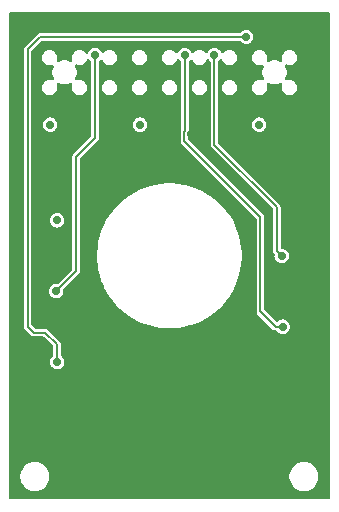
<source format=gbr>
%TF.GenerationSoftware,KiCad,Pcbnew,8.0.3*%
%TF.CreationDate,2024-07-14T16:13:23+03:00*%
%TF.ProjectId,TFT_Adapter,5446545f-4164-4617-9074-65722e6b6963,rev?*%
%TF.SameCoordinates,Original*%
%TF.FileFunction,Copper,L4,Bot*%
%TF.FilePolarity,Positive*%
%FSLAX46Y46*%
G04 Gerber Fmt 4.6, Leading zero omitted, Abs format (unit mm)*
G04 Created by KiCad (PCBNEW 8.0.3) date 2024-07-14 16:13:23*
%MOMM*%
%LPD*%
G01*
G04 APERTURE LIST*
%TA.AperFunction,ViaPad*%
%ADD10C,0.700000*%
%TD*%
%TA.AperFunction,Conductor*%
%ADD11C,0.127000*%
%TD*%
G04 APERTURE END LIST*
D10*
%TO.N,/WRX*%
X155500000Y-61459500D03*
X139500000Y-89000000D03*
%TO.N,GND*%
X142500000Y-71500000D03*
X138000000Y-78500000D03*
X138000000Y-81600000D03*
X138000000Y-84600000D03*
X138000000Y-87700000D03*
X160000000Y-87800000D03*
X160000000Y-84600000D03*
X160000000Y-75500000D03*
X160000000Y-78500000D03*
X160000000Y-81600000D03*
X161300000Y-61600000D03*
X161300000Y-71000000D03*
X158100000Y-71000000D03*
X150800000Y-69700000D03*
X154700000Y-71000000D03*
X147600000Y-72000000D03*
X146700000Y-72000000D03*
X145800000Y-72000000D03*
X138000000Y-75500000D03*
X138000000Y-72000000D03*
X140400000Y-69700000D03*
X143700000Y-70000000D03*
X137000000Y-61500000D03*
%TO.N,/D6*%
X142700000Y-63000000D03*
X139400000Y-83000000D03*
%TO.N,/D1*%
X152800000Y-63000000D03*
X158500000Y-80000000D03*
%TO.N,/D3*%
X150300000Y-63000000D03*
X158600000Y-86000000D03*
%TO.N,/VCC*%
X156600000Y-68900000D03*
X146500000Y-68900000D03*
X139500000Y-77000000D03*
X138900000Y-68900000D03*
%TD*%
D11*
%TO.N,/D6*%
X142700000Y-70000000D02*
X141100000Y-71600000D01*
X142700000Y-63000000D02*
X142700000Y-70000000D01*
X141100000Y-71600000D02*
X141100000Y-81300000D01*
X141100000Y-81300000D02*
X139400000Y-83000000D01*
%TO.N,/D3*%
X156700000Y-76700000D02*
X156700000Y-84700000D01*
X156700000Y-84700000D02*
X158000000Y-86000000D01*
X150259500Y-70259500D02*
X156700000Y-76700000D01*
X150259500Y-69476117D02*
X150259500Y-70259500D01*
X150300000Y-69435617D02*
X150259500Y-69476117D01*
X150300000Y-63000000D02*
X150300000Y-69435617D01*
X158000000Y-86000000D02*
X158600000Y-86000000D01*
%TO.N,/D1*%
X152800000Y-70600000D02*
X158100000Y-75900000D01*
X152800000Y-63000000D02*
X152800000Y-70600000D01*
X158100000Y-75900000D02*
X158100000Y-79600000D01*
X158100000Y-79600000D02*
X158500000Y-80000000D01*
%TO.N,/WRX*%
X139500000Y-87500000D02*
X139500000Y-89000000D01*
X137000000Y-86000000D02*
X137500000Y-86500000D01*
X137000000Y-62500000D02*
X137000000Y-86000000D01*
X155500000Y-61459500D02*
X138040500Y-61459500D01*
X137500000Y-86500000D02*
X138500000Y-86500000D01*
X138500000Y-86500000D02*
X139500000Y-87500000D01*
X138040500Y-61459500D02*
X137000000Y-62500000D01*
%TD*%
%TA.AperFunction,Conductor*%
%TO.N,GND*%
G36*
X162541621Y-59420502D02*
G01*
X162588114Y-59474158D01*
X162599500Y-59526500D01*
X162599500Y-100473500D01*
X162579498Y-100541621D01*
X162525842Y-100588114D01*
X162473500Y-100599500D01*
X135526500Y-100599500D01*
X135458379Y-100579498D01*
X135411886Y-100525842D01*
X135400500Y-100473500D01*
X135400500Y-98593394D01*
X136382500Y-98593394D01*
X136382500Y-98786606D01*
X136412725Y-98977440D01*
X136412726Y-98977445D01*
X136472429Y-99161192D01*
X136472431Y-99161197D01*
X136472432Y-99161198D01*
X136560149Y-99333351D01*
X136673715Y-99489664D01*
X136810335Y-99626284D01*
X136881156Y-99677737D01*
X136966650Y-99739852D01*
X137138803Y-99827569D01*
X137322560Y-99887275D01*
X137513394Y-99917500D01*
X137513397Y-99917500D01*
X137706603Y-99917500D01*
X137706606Y-99917500D01*
X137897440Y-99887275D01*
X138081197Y-99827569D01*
X138253350Y-99739852D01*
X138409663Y-99626285D01*
X138546285Y-99489663D01*
X138659852Y-99333350D01*
X138747569Y-99161197D01*
X138807275Y-98977440D01*
X138837500Y-98786606D01*
X138837500Y-98593394D01*
X159162500Y-98593394D01*
X159162500Y-98786606D01*
X159192725Y-98977440D01*
X159192726Y-98977445D01*
X159252429Y-99161192D01*
X159252431Y-99161197D01*
X159252432Y-99161198D01*
X159340149Y-99333351D01*
X159453715Y-99489664D01*
X159590335Y-99626284D01*
X159661156Y-99677737D01*
X159746650Y-99739852D01*
X159918803Y-99827569D01*
X160102560Y-99887275D01*
X160293394Y-99917500D01*
X160293397Y-99917500D01*
X160486603Y-99917500D01*
X160486606Y-99917500D01*
X160677440Y-99887275D01*
X160861197Y-99827569D01*
X161033350Y-99739852D01*
X161189663Y-99626285D01*
X161326285Y-99489663D01*
X161439852Y-99333350D01*
X161527569Y-99161197D01*
X161587275Y-98977440D01*
X161617500Y-98786606D01*
X161617500Y-98593394D01*
X161587275Y-98402560D01*
X161527569Y-98218803D01*
X161439852Y-98046650D01*
X161326285Y-97890337D01*
X161326284Y-97890335D01*
X161189664Y-97753715D01*
X161033351Y-97640149D01*
X161033352Y-97640149D01*
X161033350Y-97640148D01*
X160861197Y-97552431D01*
X160861194Y-97552430D01*
X160861192Y-97552429D01*
X160677445Y-97492726D01*
X160677441Y-97492725D01*
X160677440Y-97492725D01*
X160486606Y-97462500D01*
X160293394Y-97462500D01*
X160102560Y-97492725D01*
X160102554Y-97492726D01*
X159918807Y-97552429D01*
X159918801Y-97552432D01*
X159746648Y-97640149D01*
X159590335Y-97753715D01*
X159453715Y-97890335D01*
X159340149Y-98046648D01*
X159252432Y-98218801D01*
X159252429Y-98218807D01*
X159192726Y-98402554D01*
X159192725Y-98402559D01*
X159192725Y-98402560D01*
X159162500Y-98593394D01*
X138837500Y-98593394D01*
X138807275Y-98402560D01*
X138747569Y-98218803D01*
X138659852Y-98046650D01*
X138546285Y-97890337D01*
X138546284Y-97890335D01*
X138409664Y-97753715D01*
X138253351Y-97640149D01*
X138253352Y-97640149D01*
X138253350Y-97640148D01*
X138081197Y-97552431D01*
X138081194Y-97552430D01*
X138081192Y-97552429D01*
X137897445Y-97492726D01*
X137897441Y-97492725D01*
X137897440Y-97492725D01*
X137706606Y-97462500D01*
X137513394Y-97462500D01*
X137322560Y-97492725D01*
X137322554Y-97492726D01*
X137138807Y-97552429D01*
X137138801Y-97552432D01*
X136966648Y-97640149D01*
X136810335Y-97753715D01*
X136673715Y-97890335D01*
X136560149Y-98046648D01*
X136472432Y-98218801D01*
X136472429Y-98218807D01*
X136412726Y-98402554D01*
X136412725Y-98402559D01*
X136412725Y-98402560D01*
X136382500Y-98593394D01*
X135400500Y-98593394D01*
X135400500Y-62458135D01*
X136682000Y-62458135D01*
X136682000Y-85958135D01*
X136682000Y-86041865D01*
X136703671Y-86122744D01*
X136703672Y-86122746D01*
X136703673Y-86122748D01*
X136745535Y-86195256D01*
X137304743Y-86754464D01*
X137369877Y-86792068D01*
X137377256Y-86796329D01*
X137458135Y-86818000D01*
X138316090Y-86818000D01*
X138384211Y-86838002D01*
X138405185Y-86854905D01*
X139145095Y-87594815D01*
X139179121Y-87657127D01*
X139182000Y-87683910D01*
X139182000Y-88419917D01*
X139161998Y-88488038D01*
X139132706Y-88519878D01*
X139068864Y-88568866D01*
X138971968Y-88695142D01*
X138911060Y-88842193D01*
X138890284Y-89000000D01*
X138911060Y-89157806D01*
X138971968Y-89304857D01*
X139068865Y-89431134D01*
X139195142Y-89528031D01*
X139287872Y-89566439D01*
X139342194Y-89588940D01*
X139500000Y-89609716D01*
X139657806Y-89588940D01*
X139750536Y-89550530D01*
X139804857Y-89528031D01*
X139931134Y-89431134D01*
X140028031Y-89304857D01*
X140050530Y-89250536D01*
X140088940Y-89157806D01*
X140109716Y-89000000D01*
X140088940Y-88842194D01*
X140066439Y-88787872D01*
X140028031Y-88695142D01*
X139931135Y-88568866D01*
X139867294Y-88519878D01*
X139825428Y-88462540D01*
X139818000Y-88419917D01*
X139818000Y-87458136D01*
X139818000Y-87458135D01*
X139796329Y-87377257D01*
X139796329Y-87377256D01*
X139796329Y-87377255D01*
X139754464Y-87304744D01*
X139754462Y-87304741D01*
X138695256Y-86245535D01*
X138622748Y-86203673D01*
X138622746Y-86203672D01*
X138622744Y-86203671D01*
X138541865Y-86182000D01*
X138541863Y-86182000D01*
X137683910Y-86182000D01*
X137615789Y-86161998D01*
X137594815Y-86145095D01*
X137354905Y-85905185D01*
X137320879Y-85842873D01*
X137318000Y-85816090D01*
X137318000Y-77000000D01*
X138890284Y-77000000D01*
X138911060Y-77157806D01*
X138971968Y-77304857D01*
X139068865Y-77431134D01*
X139195142Y-77528031D01*
X139287872Y-77566439D01*
X139342194Y-77588940D01*
X139500000Y-77609716D01*
X139657806Y-77588940D01*
X139750536Y-77550530D01*
X139804857Y-77528031D01*
X139931134Y-77431134D01*
X140028031Y-77304857D01*
X140050530Y-77250536D01*
X140088940Y-77157806D01*
X140109716Y-77000000D01*
X140088940Y-76842194D01*
X140066439Y-76787872D01*
X140028031Y-76695142D01*
X139931134Y-76568865D01*
X139804857Y-76471968D01*
X139657806Y-76411060D01*
X139500000Y-76390284D01*
X139342193Y-76411060D01*
X139195142Y-76471968D01*
X139068865Y-76568865D01*
X138971968Y-76695142D01*
X138911060Y-76842193D01*
X138890284Y-77000000D01*
X137318000Y-77000000D01*
X137318000Y-68900000D01*
X138290284Y-68900000D01*
X138311060Y-69057806D01*
X138371968Y-69204857D01*
X138468865Y-69331134D01*
X138595142Y-69428031D01*
X138687872Y-69466439D01*
X138742194Y-69488940D01*
X138900000Y-69509716D01*
X139057806Y-69488940D01*
X139150536Y-69450530D01*
X139204857Y-69428031D01*
X139331134Y-69331134D01*
X139428031Y-69204857D01*
X139450530Y-69150536D01*
X139488940Y-69057806D01*
X139509716Y-68900000D01*
X139488940Y-68742194D01*
X139466439Y-68687872D01*
X139428031Y-68595142D01*
X139331134Y-68468865D01*
X139204857Y-68371968D01*
X139057806Y-68311060D01*
X138900000Y-68290284D01*
X138742193Y-68311060D01*
X138595142Y-68371968D01*
X138468865Y-68468865D01*
X138371968Y-68595142D01*
X138311060Y-68742193D01*
X138290284Y-68900000D01*
X137318000Y-68900000D01*
X137318000Y-63139204D01*
X138202500Y-63139204D01*
X138202500Y-63264795D01*
X138226996Y-63387947D01*
X138226997Y-63387950D01*
X138226998Y-63387952D01*
X138275054Y-63503970D01*
X138313615Y-63561680D01*
X138344820Y-63608382D01*
X138344825Y-63608388D01*
X138433611Y-63697174D01*
X138433617Y-63697179D01*
X138538030Y-63766946D01*
X138654048Y-63815002D01*
X138654050Y-63815002D01*
X138654052Y-63815003D01*
X138777204Y-63839499D01*
X138777210Y-63839499D01*
X138777212Y-63839500D01*
X138777213Y-63839500D01*
X138902787Y-63839500D01*
X138902788Y-63839500D01*
X138902789Y-63839499D01*
X138902795Y-63839499D01*
X139025947Y-63815003D01*
X139025947Y-63815002D01*
X139025952Y-63815002D01*
X139040339Y-63809042D01*
X139110925Y-63801451D01*
X139174414Y-63833228D01*
X139210644Y-63894284D01*
X139208113Y-63965236D01*
X139199684Y-63984840D01*
X139199443Y-63985289D01*
X139121988Y-64172283D01*
X139121986Y-64172288D01*
X139082500Y-64370797D01*
X139082500Y-64573202D01*
X139121986Y-64771711D01*
X139121988Y-64771716D01*
X139199441Y-64958704D01*
X139199680Y-64959151D01*
X139199734Y-64959411D01*
X139201810Y-64964423D01*
X139200859Y-64964816D01*
X139214153Y-65028657D01*
X139188750Y-65094954D01*
X139131538Y-65136992D01*
X139060680Y-65141426D01*
X139040341Y-65134958D01*
X139025950Y-65128997D01*
X139025947Y-65128996D01*
X138902795Y-65104500D01*
X138902788Y-65104500D01*
X138777212Y-65104500D01*
X138777204Y-65104500D01*
X138654052Y-65128996D01*
X138654049Y-65128997D01*
X138538030Y-65177054D01*
X138433617Y-65246820D01*
X138433611Y-65246825D01*
X138344825Y-65335611D01*
X138344820Y-65335617D01*
X138275054Y-65440030D01*
X138226997Y-65556049D01*
X138226996Y-65556052D01*
X138202500Y-65679204D01*
X138202500Y-65804795D01*
X138226996Y-65927947D01*
X138226997Y-65927950D01*
X138226998Y-65927952D01*
X138275054Y-66043970D01*
X138321670Y-66113736D01*
X138344820Y-66148382D01*
X138344825Y-66148388D01*
X138433611Y-66237174D01*
X138433617Y-66237179D01*
X138538030Y-66306946D01*
X138654048Y-66355002D01*
X138654050Y-66355002D01*
X138654052Y-66355003D01*
X138777204Y-66379499D01*
X138777210Y-66379499D01*
X138777212Y-66379500D01*
X138777213Y-66379500D01*
X138902787Y-66379500D01*
X138902788Y-66379500D01*
X138902789Y-66379499D01*
X138902795Y-66379499D01*
X139025947Y-66355003D01*
X139025947Y-66355002D01*
X139025952Y-66355002D01*
X139141970Y-66306946D01*
X139246383Y-66237179D01*
X139335179Y-66148383D01*
X139404946Y-66043970D01*
X139453002Y-65927952D01*
X139477500Y-65804788D01*
X139477500Y-65679212D01*
X139477499Y-65679210D01*
X139477499Y-65679204D01*
X139453003Y-65556052D01*
X139453002Y-65556049D01*
X139453002Y-65556048D01*
X139447041Y-65541656D01*
X139439451Y-65471071D01*
X139471229Y-65407584D01*
X139532286Y-65371355D01*
X139603238Y-65373887D01*
X139622854Y-65382322D01*
X139623287Y-65382553D01*
X139623296Y-65382559D01*
X139810289Y-65460014D01*
X140008800Y-65499500D01*
X140008801Y-65499500D01*
X140211199Y-65499500D01*
X140211200Y-65499500D01*
X140409711Y-65460014D01*
X140596704Y-65382559D01*
X140596712Y-65382553D01*
X140597137Y-65382327D01*
X140597392Y-65382273D01*
X140602423Y-65380190D01*
X140602817Y-65381143D01*
X140666641Y-65367845D01*
X140732941Y-65393239D01*
X140774987Y-65450446D01*
X140779430Y-65521303D01*
X140772959Y-65541656D01*
X140766997Y-65556049D01*
X140766996Y-65556052D01*
X140742500Y-65679204D01*
X140742500Y-65804795D01*
X140766996Y-65927947D01*
X140766997Y-65927950D01*
X140766998Y-65927952D01*
X140815054Y-66043970D01*
X140861670Y-66113736D01*
X140884820Y-66148382D01*
X140884825Y-66148388D01*
X140973611Y-66237174D01*
X140973617Y-66237179D01*
X141078030Y-66306946D01*
X141194048Y-66355002D01*
X141194050Y-66355002D01*
X141194052Y-66355003D01*
X141317204Y-66379499D01*
X141317210Y-66379499D01*
X141317212Y-66379500D01*
X141317213Y-66379500D01*
X141442787Y-66379500D01*
X141442788Y-66379500D01*
X141442789Y-66379499D01*
X141442795Y-66379499D01*
X141565947Y-66355003D01*
X141565947Y-66355002D01*
X141565952Y-66355002D01*
X141681970Y-66306946D01*
X141786383Y-66237179D01*
X141875179Y-66148383D01*
X141944946Y-66043970D01*
X141993002Y-65927952D01*
X142017500Y-65804788D01*
X142017500Y-65679212D01*
X142017499Y-65679210D01*
X142017499Y-65679204D01*
X141993003Y-65556052D01*
X141993002Y-65556049D01*
X141993002Y-65556048D01*
X141944946Y-65440030D01*
X141875179Y-65335617D01*
X141875174Y-65335611D01*
X141786388Y-65246825D01*
X141786382Y-65246820D01*
X141751736Y-65223670D01*
X141681970Y-65177054D01*
X141565952Y-65128998D01*
X141565950Y-65128997D01*
X141565947Y-65128996D01*
X141442795Y-65104500D01*
X141442788Y-65104500D01*
X141317212Y-65104500D01*
X141317204Y-65104500D01*
X141194052Y-65128996D01*
X141194049Y-65128997D01*
X141179656Y-65134959D01*
X141109066Y-65142547D01*
X141045580Y-65110766D01*
X141009353Y-65049707D01*
X141011889Y-64978756D01*
X141020327Y-64959137D01*
X141020553Y-64958712D01*
X141020559Y-64958704D01*
X141098014Y-64771711D01*
X141137500Y-64573200D01*
X141137500Y-64370800D01*
X141098014Y-64172289D01*
X141020559Y-63985296D01*
X141020553Y-63985287D01*
X141020322Y-63984854D01*
X141020267Y-63984592D01*
X141018190Y-63979577D01*
X141019140Y-63979183D01*
X141005845Y-63915349D01*
X141031244Y-63849051D01*
X141088454Y-63807009D01*
X141159312Y-63802571D01*
X141179653Y-63809039D01*
X141194048Y-63815002D01*
X141194051Y-63815002D01*
X141194052Y-63815003D01*
X141317204Y-63839499D01*
X141317210Y-63839499D01*
X141317212Y-63839500D01*
X141317213Y-63839500D01*
X141442787Y-63839500D01*
X141442788Y-63839500D01*
X141442789Y-63839499D01*
X141442795Y-63839499D01*
X141565947Y-63815003D01*
X141565947Y-63815002D01*
X141565952Y-63815002D01*
X141681970Y-63766946D01*
X141786383Y-63697179D01*
X141875179Y-63608383D01*
X141944946Y-63503970D01*
X141993002Y-63387952D01*
X141993002Y-63387950D01*
X141994579Y-63384144D01*
X142039127Y-63328863D01*
X142106490Y-63306442D01*
X142175282Y-63324000D01*
X142210950Y-63355658D01*
X142268864Y-63431133D01*
X142281794Y-63441054D01*
X142332704Y-63480119D01*
X142374571Y-63537454D01*
X142382000Y-63580080D01*
X142382000Y-69816089D01*
X142361998Y-69884210D01*
X142345095Y-69905184D01*
X140845537Y-71404741D01*
X140845535Y-71404744D01*
X140803670Y-71477255D01*
X140803671Y-71477256D01*
X140782000Y-71558134D01*
X140782000Y-81116089D01*
X140761998Y-81184210D01*
X140745095Y-81205184D01*
X139585319Y-82364959D01*
X139523007Y-82398985D01*
X139479779Y-82400786D01*
X139400002Y-82390284D01*
X139400000Y-82390284D01*
X139242193Y-82411060D01*
X139095142Y-82471968D01*
X138968865Y-82568865D01*
X138871968Y-82695142D01*
X138811060Y-82842193D01*
X138790284Y-83000000D01*
X138811060Y-83157806D01*
X138871968Y-83304857D01*
X138968865Y-83431134D01*
X139095142Y-83528031D01*
X139187872Y-83566439D01*
X139242194Y-83588940D01*
X139400000Y-83609716D01*
X139557806Y-83588940D01*
X139650536Y-83550530D01*
X139704857Y-83528031D01*
X139831134Y-83431134D01*
X139928031Y-83304857D01*
X139950530Y-83250536D01*
X139988940Y-83157806D01*
X140009716Y-83000000D01*
X139999212Y-82920219D01*
X140010151Y-82850073D01*
X140035034Y-82814684D01*
X141354463Y-81495257D01*
X141396329Y-81422744D01*
X141418000Y-81341865D01*
X141418000Y-81258135D01*
X141418000Y-79759250D01*
X142872500Y-79759250D01*
X142872500Y-80240750D01*
X142895109Y-80528031D01*
X142910279Y-80720775D01*
X142985599Y-81196328D01*
X142985599Y-81196329D01*
X143098007Y-81664544D01*
X143246794Y-82122464D01*
X143365439Y-82408897D01*
X143431059Y-82567317D01*
X143496189Y-82695142D01*
X143571115Y-82842193D01*
X143649656Y-82996337D01*
X143901239Y-83406883D01*
X144184258Y-83796425D01*
X144496967Y-84162561D01*
X144496976Y-84162570D01*
X144496988Y-84162583D01*
X144837416Y-84503011D01*
X144837428Y-84503022D01*
X144837439Y-84503033D01*
X144837451Y-84503043D01*
X144837454Y-84503046D01*
X145117074Y-84741863D01*
X145203575Y-84815742D01*
X145593117Y-85098761D01*
X146003663Y-85350344D01*
X146432683Y-85568941D01*
X146637785Y-85653897D01*
X146877535Y-85753205D01*
X147335455Y-85901992D01*
X147335457Y-85901992D01*
X147335465Y-85901995D01*
X147803662Y-86014399D01*
X148279234Y-86089722D01*
X148759250Y-86127500D01*
X148759252Y-86127500D01*
X149240748Y-86127500D01*
X149240750Y-86127500D01*
X149720766Y-86089722D01*
X150196338Y-86014399D01*
X150664535Y-85901995D01*
X150846494Y-85842873D01*
X151122464Y-85753205D01*
X151122469Y-85753203D01*
X151567317Y-85568941D01*
X151996337Y-85350344D01*
X152406883Y-85098761D01*
X152796425Y-84815742D01*
X153162561Y-84503033D01*
X153503033Y-84162561D01*
X153815742Y-83796425D01*
X154098761Y-83406883D01*
X154350344Y-82996337D01*
X154568941Y-82567317D01*
X154753203Y-82122469D01*
X154901995Y-81664535D01*
X155014399Y-81196338D01*
X155089722Y-80720766D01*
X155127500Y-80240750D01*
X155127500Y-79759250D01*
X155089722Y-79279234D01*
X155014399Y-78803662D01*
X154901995Y-78335465D01*
X154901992Y-78335455D01*
X154753205Y-77877535D01*
X154642270Y-77609715D01*
X154568941Y-77432683D01*
X154350344Y-77003663D01*
X154098761Y-76593117D01*
X153815742Y-76203575D01*
X153503033Y-75837439D01*
X153503022Y-75837428D01*
X153503011Y-75837416D01*
X153162583Y-75496988D01*
X153162570Y-75496976D01*
X153162561Y-75496967D01*
X152796425Y-75184258D01*
X152406883Y-74901239D01*
X151996337Y-74649656D01*
X151996336Y-74649655D01*
X151996332Y-74649653D01*
X151802257Y-74550767D01*
X151567317Y-74431059D01*
X151535698Y-74417961D01*
X151122464Y-74246794D01*
X150664544Y-74098007D01*
X150430436Y-74041803D01*
X150196338Y-73985601D01*
X150196336Y-73985600D01*
X150196329Y-73985599D01*
X149720775Y-73910279D01*
X149720769Y-73910278D01*
X149720766Y-73910278D01*
X149240750Y-73872500D01*
X148759250Y-73872500D01*
X148279234Y-73910278D01*
X148279231Y-73910278D01*
X148279224Y-73910279D01*
X147803671Y-73985599D01*
X147803670Y-73985599D01*
X147335455Y-74098007D01*
X146877535Y-74246794D01*
X146432687Y-74431057D01*
X146003667Y-74649653D01*
X145593121Y-74901236D01*
X145203575Y-75184257D01*
X144837454Y-75496953D01*
X144837416Y-75496988D01*
X144496988Y-75837416D01*
X144496953Y-75837454D01*
X144184257Y-76203575D01*
X143901236Y-76593121D01*
X143649653Y-77003667D01*
X143431057Y-77432687D01*
X143246794Y-77877535D01*
X143098007Y-78335455D01*
X142985599Y-78803670D01*
X142985599Y-78803671D01*
X142910279Y-79279224D01*
X142910278Y-79279231D01*
X142910278Y-79279234D01*
X142872500Y-79759250D01*
X141418000Y-79759250D01*
X141418000Y-71783910D01*
X141438002Y-71715789D01*
X141454905Y-71694815D01*
X142954464Y-70195256D01*
X142993421Y-70127780D01*
X142996329Y-70122744D01*
X143018000Y-70041865D01*
X143018000Y-69958135D01*
X143018000Y-68900000D01*
X145890284Y-68900000D01*
X145911060Y-69057806D01*
X145971968Y-69204857D01*
X146068865Y-69331134D01*
X146195142Y-69428031D01*
X146287872Y-69466439D01*
X146342194Y-69488940D01*
X146500000Y-69509716D01*
X146657806Y-69488940D01*
X146750536Y-69450530D01*
X146804857Y-69428031D01*
X146931134Y-69331134D01*
X147028031Y-69204857D01*
X147050530Y-69150536D01*
X147088940Y-69057806D01*
X147109716Y-68900000D01*
X147088940Y-68742194D01*
X147066439Y-68687872D01*
X147028031Y-68595142D01*
X146931134Y-68468865D01*
X146804857Y-68371968D01*
X146657806Y-68311060D01*
X146500000Y-68290284D01*
X146342193Y-68311060D01*
X146195142Y-68371968D01*
X146068865Y-68468865D01*
X145971968Y-68595142D01*
X145911060Y-68742193D01*
X145890284Y-68900000D01*
X143018000Y-68900000D01*
X143018000Y-65679204D01*
X143282500Y-65679204D01*
X143282500Y-65804795D01*
X143306996Y-65927947D01*
X143306997Y-65927950D01*
X143306998Y-65927952D01*
X143355054Y-66043970D01*
X143401670Y-66113736D01*
X143424820Y-66148382D01*
X143424825Y-66148388D01*
X143513611Y-66237174D01*
X143513617Y-66237179D01*
X143618030Y-66306946D01*
X143734048Y-66355002D01*
X143734050Y-66355002D01*
X143734052Y-66355003D01*
X143857204Y-66379499D01*
X143857210Y-66379499D01*
X143857212Y-66379500D01*
X143857213Y-66379500D01*
X143982787Y-66379500D01*
X143982788Y-66379500D01*
X143982789Y-66379499D01*
X143982795Y-66379499D01*
X144105947Y-66355003D01*
X144105947Y-66355002D01*
X144105952Y-66355002D01*
X144221970Y-66306946D01*
X144326383Y-66237179D01*
X144415179Y-66148383D01*
X144484946Y-66043970D01*
X144533002Y-65927952D01*
X144557500Y-65804788D01*
X144557500Y-65679212D01*
X144557499Y-65679210D01*
X144557499Y-65679204D01*
X145822500Y-65679204D01*
X145822500Y-65804795D01*
X145846996Y-65927947D01*
X145846997Y-65927950D01*
X145846998Y-65927952D01*
X145895054Y-66043970D01*
X145941670Y-66113736D01*
X145964820Y-66148382D01*
X145964825Y-66148388D01*
X146053611Y-66237174D01*
X146053617Y-66237179D01*
X146158030Y-66306946D01*
X146274048Y-66355002D01*
X146274050Y-66355002D01*
X146274052Y-66355003D01*
X146397204Y-66379499D01*
X146397210Y-66379499D01*
X146397212Y-66379500D01*
X146397213Y-66379500D01*
X146522787Y-66379500D01*
X146522788Y-66379500D01*
X146522789Y-66379499D01*
X146522795Y-66379499D01*
X146645947Y-66355003D01*
X146645947Y-66355002D01*
X146645952Y-66355002D01*
X146761970Y-66306946D01*
X146866383Y-66237179D01*
X146955179Y-66148383D01*
X147024946Y-66043970D01*
X147073002Y-65927952D01*
X147097500Y-65804788D01*
X147097500Y-65679212D01*
X147097499Y-65679210D01*
X147097499Y-65679204D01*
X148362500Y-65679204D01*
X148362500Y-65804795D01*
X148386996Y-65927947D01*
X148386997Y-65927950D01*
X148386998Y-65927952D01*
X148435054Y-66043970D01*
X148481670Y-66113736D01*
X148504820Y-66148382D01*
X148504825Y-66148388D01*
X148593611Y-66237174D01*
X148593617Y-66237179D01*
X148698030Y-66306946D01*
X148814048Y-66355002D01*
X148814050Y-66355002D01*
X148814052Y-66355003D01*
X148937204Y-66379499D01*
X148937210Y-66379499D01*
X148937212Y-66379500D01*
X148937213Y-66379500D01*
X149062787Y-66379500D01*
X149062788Y-66379500D01*
X149062789Y-66379499D01*
X149062795Y-66379499D01*
X149185947Y-66355003D01*
X149185947Y-66355002D01*
X149185952Y-66355002D01*
X149301970Y-66306946D01*
X149406383Y-66237179D01*
X149495179Y-66148383D01*
X149564946Y-66043970D01*
X149613002Y-65927952D01*
X149637500Y-65804788D01*
X149637500Y-65679212D01*
X149637499Y-65679210D01*
X149637499Y-65679204D01*
X149613003Y-65556052D01*
X149613002Y-65556049D01*
X149613002Y-65556048D01*
X149564946Y-65440030D01*
X149495179Y-65335617D01*
X149495174Y-65335611D01*
X149406388Y-65246825D01*
X149406382Y-65246820D01*
X149371736Y-65223670D01*
X149301970Y-65177054D01*
X149185952Y-65128998D01*
X149185950Y-65128997D01*
X149185947Y-65128996D01*
X149062795Y-65104500D01*
X149062788Y-65104500D01*
X148937212Y-65104500D01*
X148937204Y-65104500D01*
X148814052Y-65128996D01*
X148814049Y-65128997D01*
X148698030Y-65177054D01*
X148593617Y-65246820D01*
X148593611Y-65246825D01*
X148504825Y-65335611D01*
X148504820Y-65335617D01*
X148435054Y-65440030D01*
X148386997Y-65556049D01*
X148386996Y-65556052D01*
X148362500Y-65679204D01*
X147097499Y-65679204D01*
X147073003Y-65556052D01*
X147073002Y-65556049D01*
X147073002Y-65556048D01*
X147024946Y-65440030D01*
X146955179Y-65335617D01*
X146955174Y-65335611D01*
X146866388Y-65246825D01*
X146866382Y-65246820D01*
X146831736Y-65223670D01*
X146761970Y-65177054D01*
X146645952Y-65128998D01*
X146645950Y-65128997D01*
X146645947Y-65128996D01*
X146522795Y-65104500D01*
X146522788Y-65104500D01*
X146397212Y-65104500D01*
X146397204Y-65104500D01*
X146274052Y-65128996D01*
X146274049Y-65128997D01*
X146158030Y-65177054D01*
X146053617Y-65246820D01*
X146053611Y-65246825D01*
X145964825Y-65335611D01*
X145964820Y-65335617D01*
X145895054Y-65440030D01*
X145846997Y-65556049D01*
X145846996Y-65556052D01*
X145822500Y-65679204D01*
X144557499Y-65679204D01*
X144533003Y-65556052D01*
X144533002Y-65556049D01*
X144533002Y-65556048D01*
X144484946Y-65440030D01*
X144415179Y-65335617D01*
X144415174Y-65335611D01*
X144326388Y-65246825D01*
X144326382Y-65246820D01*
X144291736Y-65223670D01*
X144221970Y-65177054D01*
X144105952Y-65128998D01*
X144105950Y-65128997D01*
X144105947Y-65128996D01*
X143982795Y-65104500D01*
X143982788Y-65104500D01*
X143857212Y-65104500D01*
X143857204Y-65104500D01*
X143734052Y-65128996D01*
X143734049Y-65128997D01*
X143618030Y-65177054D01*
X143513617Y-65246820D01*
X143513611Y-65246825D01*
X143424825Y-65335611D01*
X143424820Y-65335617D01*
X143355054Y-65440030D01*
X143306997Y-65556049D01*
X143306996Y-65556052D01*
X143282500Y-65679204D01*
X143018000Y-65679204D01*
X143018000Y-63580080D01*
X143038002Y-63511959D01*
X143067293Y-63480120D01*
X143131134Y-63431134D01*
X143131140Y-63431125D01*
X143134790Y-63427477D01*
X143197100Y-63393449D01*
X143267916Y-63398510D01*
X143324754Y-63441054D01*
X143340298Y-63468348D01*
X143355052Y-63503967D01*
X143355053Y-63503969D01*
X143424820Y-63608382D01*
X143424825Y-63608388D01*
X143513611Y-63697174D01*
X143513617Y-63697179D01*
X143618030Y-63766946D01*
X143734048Y-63815002D01*
X143734050Y-63815002D01*
X143734052Y-63815003D01*
X143857204Y-63839499D01*
X143857210Y-63839499D01*
X143857212Y-63839500D01*
X143857213Y-63839500D01*
X143982787Y-63839500D01*
X143982788Y-63839500D01*
X143982789Y-63839499D01*
X143982795Y-63839499D01*
X144105947Y-63815003D01*
X144105947Y-63815002D01*
X144105952Y-63815002D01*
X144221970Y-63766946D01*
X144326383Y-63697179D01*
X144415179Y-63608383D01*
X144484946Y-63503970D01*
X144533002Y-63387952D01*
X144539114Y-63357223D01*
X144557499Y-63264795D01*
X144557500Y-63264786D01*
X144557500Y-63139213D01*
X144557499Y-63139204D01*
X145822500Y-63139204D01*
X145822500Y-63264795D01*
X145846996Y-63387947D01*
X145846997Y-63387950D01*
X145846998Y-63387952D01*
X145895054Y-63503970D01*
X145933615Y-63561680D01*
X145964820Y-63608382D01*
X145964825Y-63608388D01*
X146053611Y-63697174D01*
X146053617Y-63697179D01*
X146158030Y-63766946D01*
X146274048Y-63815002D01*
X146274050Y-63815002D01*
X146274052Y-63815003D01*
X146397204Y-63839499D01*
X146397210Y-63839499D01*
X146397212Y-63839500D01*
X146397213Y-63839500D01*
X146522787Y-63839500D01*
X146522788Y-63839500D01*
X146522789Y-63839499D01*
X146522795Y-63839499D01*
X146645947Y-63815003D01*
X146645947Y-63815002D01*
X146645952Y-63815002D01*
X146761970Y-63766946D01*
X146866383Y-63697179D01*
X146955179Y-63608383D01*
X147024946Y-63503970D01*
X147073002Y-63387952D01*
X147079114Y-63357223D01*
X147097499Y-63264795D01*
X147097500Y-63264786D01*
X147097500Y-63139213D01*
X147097499Y-63139204D01*
X148362500Y-63139204D01*
X148362500Y-63264795D01*
X148386996Y-63387947D01*
X148386997Y-63387950D01*
X148386998Y-63387952D01*
X148435054Y-63503970D01*
X148473615Y-63561680D01*
X148504820Y-63608382D01*
X148504825Y-63608388D01*
X148593611Y-63697174D01*
X148593617Y-63697179D01*
X148698030Y-63766946D01*
X148814048Y-63815002D01*
X148814050Y-63815002D01*
X148814052Y-63815003D01*
X148937204Y-63839499D01*
X148937210Y-63839499D01*
X148937212Y-63839500D01*
X148937213Y-63839500D01*
X149062787Y-63839500D01*
X149062788Y-63839500D01*
X149062789Y-63839499D01*
X149062795Y-63839499D01*
X149185947Y-63815003D01*
X149185947Y-63815002D01*
X149185952Y-63815002D01*
X149301970Y-63766946D01*
X149406383Y-63697179D01*
X149495179Y-63608383D01*
X149564946Y-63503970D01*
X149607568Y-63401070D01*
X149652114Y-63345791D01*
X149719478Y-63323369D01*
X149788269Y-63340927D01*
X149823938Y-63372584D01*
X149835727Y-63387947D01*
X149868866Y-63431134D01*
X149932704Y-63480119D01*
X149974571Y-63537454D01*
X149982000Y-63580080D01*
X149982000Y-69286999D01*
X149965120Y-69349996D01*
X149963171Y-69353373D01*
X149963171Y-69353374D01*
X149941500Y-69434252D01*
X149941500Y-70217635D01*
X149941500Y-70301365D01*
X149963171Y-70382244D01*
X149963172Y-70382246D01*
X149963173Y-70382248D01*
X150005035Y-70454756D01*
X150005037Y-70454758D01*
X156345095Y-76794815D01*
X156379121Y-76857127D01*
X156382000Y-76883910D01*
X156382000Y-84658135D01*
X156382000Y-84741865D01*
X156403671Y-84822744D01*
X156403672Y-84822746D01*
X156403673Y-84822748D01*
X156445535Y-84895256D01*
X157804743Y-86254464D01*
X157869877Y-86292068D01*
X157877256Y-86296329D01*
X157958135Y-86318000D01*
X158019918Y-86318000D01*
X158088039Y-86338002D01*
X158119880Y-86367295D01*
X158168867Y-86431135D01*
X158295142Y-86528031D01*
X158387872Y-86566439D01*
X158442194Y-86588940D01*
X158600000Y-86609716D01*
X158757806Y-86588940D01*
X158850536Y-86550530D01*
X158904857Y-86528031D01*
X159031134Y-86431134D01*
X159128031Y-86304857D01*
X159152602Y-86245535D01*
X159188940Y-86157806D01*
X159209716Y-86000000D01*
X159188940Y-85842194D01*
X159152080Y-85753205D01*
X159128031Y-85695142D01*
X159031134Y-85568865D01*
X158904857Y-85471968D01*
X158757806Y-85411060D01*
X158600000Y-85390284D01*
X158442193Y-85411060D01*
X158295145Y-85471967D01*
X158171497Y-85566846D01*
X158105276Y-85592446D01*
X158035727Y-85578181D01*
X158005698Y-85555978D01*
X157054905Y-84605185D01*
X157020879Y-84542873D01*
X157018000Y-84516090D01*
X157018000Y-76658136D01*
X157018000Y-76658135D01*
X156996329Y-76577257D01*
X156954463Y-76504743D01*
X156895257Y-76445537D01*
X150614405Y-70164685D01*
X150580379Y-70102373D01*
X150577500Y-70075590D01*
X150577500Y-69624735D01*
X150593233Y-69566021D01*
X150593167Y-69565994D01*
X150593376Y-69565488D01*
X150594383Y-69561732D01*
X150596326Y-69558366D01*
X150596325Y-69558366D01*
X150596329Y-69558361D01*
X150618000Y-69477482D01*
X150618000Y-69393752D01*
X150618000Y-65679204D01*
X150902500Y-65679204D01*
X150902500Y-65804795D01*
X150926996Y-65927947D01*
X150926997Y-65927950D01*
X150926998Y-65927952D01*
X150975054Y-66043970D01*
X151021670Y-66113736D01*
X151044820Y-66148382D01*
X151044825Y-66148388D01*
X151133611Y-66237174D01*
X151133617Y-66237179D01*
X151238030Y-66306946D01*
X151354048Y-66355002D01*
X151354050Y-66355002D01*
X151354052Y-66355003D01*
X151477204Y-66379499D01*
X151477210Y-66379499D01*
X151477212Y-66379500D01*
X151477213Y-66379500D01*
X151602787Y-66379500D01*
X151602788Y-66379500D01*
X151602789Y-66379499D01*
X151602795Y-66379499D01*
X151725947Y-66355003D01*
X151725947Y-66355002D01*
X151725952Y-66355002D01*
X151841970Y-66306946D01*
X151946383Y-66237179D01*
X152035179Y-66148383D01*
X152104946Y-66043970D01*
X152153002Y-65927952D01*
X152177500Y-65804788D01*
X152177500Y-65679212D01*
X152177499Y-65679210D01*
X152177499Y-65679204D01*
X152153003Y-65556052D01*
X152153002Y-65556049D01*
X152153002Y-65556048D01*
X152104946Y-65440030D01*
X152035179Y-65335617D01*
X152035174Y-65335611D01*
X151946388Y-65246825D01*
X151946382Y-65246820D01*
X151911736Y-65223670D01*
X151841970Y-65177054D01*
X151725952Y-65128998D01*
X151725950Y-65128997D01*
X151725947Y-65128996D01*
X151602795Y-65104500D01*
X151602788Y-65104500D01*
X151477212Y-65104500D01*
X151477204Y-65104500D01*
X151354052Y-65128996D01*
X151354049Y-65128997D01*
X151238030Y-65177054D01*
X151133617Y-65246820D01*
X151133611Y-65246825D01*
X151044825Y-65335611D01*
X151044820Y-65335617D01*
X150975054Y-65440030D01*
X150926997Y-65556049D01*
X150926996Y-65556052D01*
X150902500Y-65679204D01*
X150618000Y-65679204D01*
X150618000Y-63580080D01*
X150638002Y-63511959D01*
X150667293Y-63480120D01*
X150731134Y-63431134D01*
X150737094Y-63423367D01*
X150794432Y-63381499D01*
X150865303Y-63377277D01*
X150927206Y-63412041D01*
X150953466Y-63451852D01*
X150975054Y-63503970D01*
X151013615Y-63561680D01*
X151044820Y-63608382D01*
X151044825Y-63608388D01*
X151133611Y-63697174D01*
X151133617Y-63697179D01*
X151238030Y-63766946D01*
X151354048Y-63815002D01*
X151354050Y-63815002D01*
X151354052Y-63815003D01*
X151477204Y-63839499D01*
X151477210Y-63839499D01*
X151477212Y-63839500D01*
X151477213Y-63839500D01*
X151602787Y-63839500D01*
X151602788Y-63839500D01*
X151602789Y-63839499D01*
X151602795Y-63839499D01*
X151725947Y-63815003D01*
X151725947Y-63815002D01*
X151725952Y-63815002D01*
X151841970Y-63766946D01*
X151946383Y-63697179D01*
X152035179Y-63608383D01*
X152104946Y-63503970D01*
X152133545Y-63434924D01*
X152178093Y-63379644D01*
X152245456Y-63357223D01*
X152314248Y-63374781D01*
X152349915Y-63406437D01*
X152368866Y-63431134D01*
X152432704Y-63480119D01*
X152474571Y-63537454D01*
X152482000Y-63580080D01*
X152482000Y-70558135D01*
X152482000Y-70641865D01*
X152503671Y-70722744D01*
X152503672Y-70722746D01*
X152503673Y-70722748D01*
X152545535Y-70795256D01*
X152545537Y-70795258D01*
X157745095Y-75994815D01*
X157779121Y-76057127D01*
X157782000Y-76083910D01*
X157782000Y-79558135D01*
X157782000Y-79641865D01*
X157803671Y-79722744D01*
X157803672Y-79722746D01*
X157803673Y-79722748D01*
X157845535Y-79795256D01*
X157864959Y-79814680D01*
X157898985Y-79876992D01*
X157900786Y-79920220D01*
X157890284Y-79999998D01*
X157890284Y-79999999D01*
X157911060Y-80157806D01*
X157971968Y-80304857D01*
X158068865Y-80431134D01*
X158195142Y-80528031D01*
X158287872Y-80566439D01*
X158342194Y-80588940D01*
X158500000Y-80609716D01*
X158657806Y-80588940D01*
X158750536Y-80550530D01*
X158804857Y-80528031D01*
X158931134Y-80431134D01*
X159028031Y-80304857D01*
X159054585Y-80240747D01*
X159088940Y-80157806D01*
X159109716Y-80000000D01*
X159088940Y-79842194D01*
X159039465Y-79722748D01*
X159028031Y-79695142D01*
X158931134Y-79568865D01*
X158804857Y-79471968D01*
X158657806Y-79411060D01*
X158527553Y-79393911D01*
X158462626Y-79365188D01*
X158423535Y-79305923D01*
X158418000Y-79268989D01*
X158418000Y-75858136D01*
X158418000Y-75858135D01*
X158396329Y-75777257D01*
X158396329Y-75777256D01*
X158396329Y-75777255D01*
X158354464Y-75704744D01*
X158354462Y-75704741D01*
X153154905Y-70505184D01*
X153120879Y-70442872D01*
X153118000Y-70416089D01*
X153118000Y-68900000D01*
X155990284Y-68900000D01*
X156011060Y-69057806D01*
X156071968Y-69204857D01*
X156168865Y-69331134D01*
X156295142Y-69428031D01*
X156387872Y-69466439D01*
X156442194Y-69488940D01*
X156600000Y-69509716D01*
X156757806Y-69488940D01*
X156850536Y-69450530D01*
X156904857Y-69428031D01*
X157031134Y-69331134D01*
X157128031Y-69204857D01*
X157150530Y-69150536D01*
X157188940Y-69057806D01*
X157209716Y-68900000D01*
X157188940Y-68742194D01*
X157166439Y-68687872D01*
X157128031Y-68595142D01*
X157031134Y-68468865D01*
X156904857Y-68371968D01*
X156757806Y-68311060D01*
X156600000Y-68290284D01*
X156442193Y-68311060D01*
X156295142Y-68371968D01*
X156168865Y-68468865D01*
X156071968Y-68595142D01*
X156011060Y-68742193D01*
X155990284Y-68900000D01*
X153118000Y-68900000D01*
X153118000Y-65679204D01*
X153442500Y-65679204D01*
X153442500Y-65804795D01*
X153466996Y-65927947D01*
X153466997Y-65927950D01*
X153466998Y-65927952D01*
X153515054Y-66043970D01*
X153561670Y-66113736D01*
X153584820Y-66148382D01*
X153584825Y-66148388D01*
X153673611Y-66237174D01*
X153673617Y-66237179D01*
X153778030Y-66306946D01*
X153894048Y-66355002D01*
X153894050Y-66355002D01*
X153894052Y-66355003D01*
X154017204Y-66379499D01*
X154017210Y-66379499D01*
X154017212Y-66379500D01*
X154017213Y-66379500D01*
X154142787Y-66379500D01*
X154142788Y-66379500D01*
X154142789Y-66379499D01*
X154142795Y-66379499D01*
X154265947Y-66355003D01*
X154265947Y-66355002D01*
X154265952Y-66355002D01*
X154381970Y-66306946D01*
X154486383Y-66237179D01*
X154575179Y-66148383D01*
X154644946Y-66043970D01*
X154693002Y-65927952D01*
X154717500Y-65804788D01*
X154717500Y-65679212D01*
X154717499Y-65679210D01*
X154717499Y-65679204D01*
X154693003Y-65556052D01*
X154693002Y-65556049D01*
X154693002Y-65556048D01*
X154644946Y-65440030D01*
X154575179Y-65335617D01*
X154575174Y-65335611D01*
X154486388Y-65246825D01*
X154486382Y-65246820D01*
X154451736Y-65223670D01*
X154381970Y-65177054D01*
X154265952Y-65128998D01*
X154265950Y-65128997D01*
X154265947Y-65128996D01*
X154142795Y-65104500D01*
X154142788Y-65104500D01*
X154017212Y-65104500D01*
X154017204Y-65104500D01*
X153894052Y-65128996D01*
X153894049Y-65128997D01*
X153778030Y-65177054D01*
X153673617Y-65246820D01*
X153673611Y-65246825D01*
X153584825Y-65335611D01*
X153584820Y-65335617D01*
X153515054Y-65440030D01*
X153466997Y-65556049D01*
X153466996Y-65556052D01*
X153442500Y-65679204D01*
X153118000Y-65679204D01*
X153118000Y-63580080D01*
X153138002Y-63511959D01*
X153167293Y-63480120D01*
X153231134Y-63431134D01*
X153263073Y-63389510D01*
X153320409Y-63347645D01*
X153391280Y-63343423D01*
X153453183Y-63378187D01*
X153479443Y-63417998D01*
X153484884Y-63431133D01*
X153515054Y-63503970D01*
X153553615Y-63561680D01*
X153584820Y-63608382D01*
X153584825Y-63608388D01*
X153673611Y-63697174D01*
X153673617Y-63697179D01*
X153778030Y-63766946D01*
X153894048Y-63815002D01*
X153894050Y-63815002D01*
X153894052Y-63815003D01*
X154017204Y-63839499D01*
X154017210Y-63839499D01*
X154017212Y-63839500D01*
X154017213Y-63839500D01*
X154142787Y-63839500D01*
X154142788Y-63839500D01*
X154142789Y-63839499D01*
X154142795Y-63839499D01*
X154265947Y-63815003D01*
X154265947Y-63815002D01*
X154265952Y-63815002D01*
X154381970Y-63766946D01*
X154486383Y-63697179D01*
X154575179Y-63608383D01*
X154644946Y-63503970D01*
X154693002Y-63387952D01*
X154699114Y-63357223D01*
X154717499Y-63264795D01*
X154717500Y-63264786D01*
X154717500Y-63139213D01*
X154717499Y-63139204D01*
X155982500Y-63139204D01*
X155982500Y-63264795D01*
X156006996Y-63387947D01*
X156006997Y-63387950D01*
X156006998Y-63387952D01*
X156055054Y-63503970D01*
X156093615Y-63561680D01*
X156124820Y-63608382D01*
X156124825Y-63608388D01*
X156213611Y-63697174D01*
X156213617Y-63697179D01*
X156318030Y-63766946D01*
X156434048Y-63815002D01*
X156434050Y-63815002D01*
X156434052Y-63815003D01*
X156557204Y-63839499D01*
X156557210Y-63839499D01*
X156557212Y-63839500D01*
X156557213Y-63839500D01*
X156682787Y-63839500D01*
X156682788Y-63839500D01*
X156682789Y-63839499D01*
X156682795Y-63839499D01*
X156805947Y-63815003D01*
X156805947Y-63815002D01*
X156805952Y-63815002D01*
X156820339Y-63809042D01*
X156890925Y-63801451D01*
X156954414Y-63833228D01*
X156990644Y-63894284D01*
X156988113Y-63965236D01*
X156979684Y-63984840D01*
X156979443Y-63985289D01*
X156901988Y-64172283D01*
X156901986Y-64172288D01*
X156862500Y-64370797D01*
X156862500Y-64573202D01*
X156901986Y-64771711D01*
X156901988Y-64771716D01*
X156979441Y-64958704D01*
X156979680Y-64959151D01*
X156979734Y-64959411D01*
X156981810Y-64964423D01*
X156980859Y-64964816D01*
X156994153Y-65028657D01*
X156968750Y-65094954D01*
X156911538Y-65136992D01*
X156840680Y-65141426D01*
X156820341Y-65134958D01*
X156805950Y-65128997D01*
X156805947Y-65128996D01*
X156682795Y-65104500D01*
X156682788Y-65104500D01*
X156557212Y-65104500D01*
X156557204Y-65104500D01*
X156434052Y-65128996D01*
X156434049Y-65128997D01*
X156318030Y-65177054D01*
X156213617Y-65246820D01*
X156213611Y-65246825D01*
X156124825Y-65335611D01*
X156124820Y-65335617D01*
X156055054Y-65440030D01*
X156006997Y-65556049D01*
X156006996Y-65556052D01*
X155982500Y-65679204D01*
X155982500Y-65804795D01*
X156006996Y-65927947D01*
X156006997Y-65927950D01*
X156006998Y-65927952D01*
X156055054Y-66043970D01*
X156101670Y-66113736D01*
X156124820Y-66148382D01*
X156124825Y-66148388D01*
X156213611Y-66237174D01*
X156213617Y-66237179D01*
X156318030Y-66306946D01*
X156434048Y-66355002D01*
X156434050Y-66355002D01*
X156434052Y-66355003D01*
X156557204Y-66379499D01*
X156557210Y-66379499D01*
X156557212Y-66379500D01*
X156557213Y-66379500D01*
X156682787Y-66379500D01*
X156682788Y-66379500D01*
X156682789Y-66379499D01*
X156682795Y-66379499D01*
X156805947Y-66355003D01*
X156805947Y-66355002D01*
X156805952Y-66355002D01*
X156921970Y-66306946D01*
X157026383Y-66237179D01*
X157115179Y-66148383D01*
X157184946Y-66043970D01*
X157233002Y-65927952D01*
X157257500Y-65804788D01*
X157257500Y-65679212D01*
X157257499Y-65679210D01*
X157257499Y-65679204D01*
X157233003Y-65556052D01*
X157233002Y-65556049D01*
X157233002Y-65556048D01*
X157227041Y-65541656D01*
X157219451Y-65471071D01*
X157251229Y-65407584D01*
X157312286Y-65371355D01*
X157383238Y-65373887D01*
X157402854Y-65382322D01*
X157403287Y-65382553D01*
X157403296Y-65382559D01*
X157590289Y-65460014D01*
X157788800Y-65499500D01*
X157788801Y-65499500D01*
X157991199Y-65499500D01*
X157991200Y-65499500D01*
X158189711Y-65460014D01*
X158376704Y-65382559D01*
X158376712Y-65382553D01*
X158377137Y-65382327D01*
X158377392Y-65382273D01*
X158382423Y-65380190D01*
X158382817Y-65381143D01*
X158446641Y-65367845D01*
X158512941Y-65393239D01*
X158554987Y-65450446D01*
X158559430Y-65521303D01*
X158552959Y-65541656D01*
X158546997Y-65556049D01*
X158546996Y-65556052D01*
X158522500Y-65679204D01*
X158522500Y-65804795D01*
X158546996Y-65927947D01*
X158546997Y-65927950D01*
X158546998Y-65927952D01*
X158595054Y-66043970D01*
X158641670Y-66113736D01*
X158664820Y-66148382D01*
X158664825Y-66148388D01*
X158753611Y-66237174D01*
X158753617Y-66237179D01*
X158858030Y-66306946D01*
X158974048Y-66355002D01*
X158974050Y-66355002D01*
X158974052Y-66355003D01*
X159097204Y-66379499D01*
X159097210Y-66379499D01*
X159097212Y-66379500D01*
X159097213Y-66379500D01*
X159222787Y-66379500D01*
X159222788Y-66379500D01*
X159222789Y-66379499D01*
X159222795Y-66379499D01*
X159345947Y-66355003D01*
X159345947Y-66355002D01*
X159345952Y-66355002D01*
X159461970Y-66306946D01*
X159566383Y-66237179D01*
X159655179Y-66148383D01*
X159724946Y-66043970D01*
X159773002Y-65927952D01*
X159797500Y-65804788D01*
X159797500Y-65679212D01*
X159797499Y-65679210D01*
X159797499Y-65679204D01*
X159773003Y-65556052D01*
X159773002Y-65556049D01*
X159773002Y-65556048D01*
X159724946Y-65440030D01*
X159655179Y-65335617D01*
X159655174Y-65335611D01*
X159566388Y-65246825D01*
X159566382Y-65246820D01*
X159531736Y-65223670D01*
X159461970Y-65177054D01*
X159345952Y-65128998D01*
X159345950Y-65128997D01*
X159345947Y-65128996D01*
X159222795Y-65104500D01*
X159222788Y-65104500D01*
X159097212Y-65104500D01*
X159097204Y-65104500D01*
X158974052Y-65128996D01*
X158974049Y-65128997D01*
X158959656Y-65134959D01*
X158889066Y-65142547D01*
X158825580Y-65110766D01*
X158789353Y-65049707D01*
X158791889Y-64978756D01*
X158800327Y-64959137D01*
X158800553Y-64958712D01*
X158800559Y-64958704D01*
X158878014Y-64771711D01*
X158917500Y-64573200D01*
X158917500Y-64370800D01*
X158878014Y-64172289D01*
X158800559Y-63985296D01*
X158800553Y-63985287D01*
X158800322Y-63984854D01*
X158800267Y-63984592D01*
X158798190Y-63979577D01*
X158799140Y-63979183D01*
X158785845Y-63915349D01*
X158811244Y-63849051D01*
X158868454Y-63807009D01*
X158939312Y-63802571D01*
X158959653Y-63809039D01*
X158974048Y-63815002D01*
X158974051Y-63815002D01*
X158974052Y-63815003D01*
X159097204Y-63839499D01*
X159097210Y-63839499D01*
X159097212Y-63839500D01*
X159097213Y-63839500D01*
X159222787Y-63839500D01*
X159222788Y-63839500D01*
X159222789Y-63839499D01*
X159222795Y-63839499D01*
X159345947Y-63815003D01*
X159345947Y-63815002D01*
X159345952Y-63815002D01*
X159461970Y-63766946D01*
X159566383Y-63697179D01*
X159655179Y-63608383D01*
X159724946Y-63503970D01*
X159773002Y-63387952D01*
X159779114Y-63357223D01*
X159797499Y-63264795D01*
X159797500Y-63264786D01*
X159797500Y-63139213D01*
X159797499Y-63139204D01*
X159773003Y-63016052D01*
X159773002Y-63016049D01*
X159773002Y-63016048D01*
X159724946Y-62900030D01*
X159655179Y-62795617D01*
X159655177Y-62795615D01*
X159655174Y-62795611D01*
X159566388Y-62706825D01*
X159566382Y-62706820D01*
X159531736Y-62683670D01*
X159461970Y-62637054D01*
X159345952Y-62588998D01*
X159345950Y-62588997D01*
X159345947Y-62588996D01*
X159222795Y-62564500D01*
X159222788Y-62564500D01*
X159097212Y-62564500D01*
X159097204Y-62564500D01*
X158974052Y-62588996D01*
X158974049Y-62588997D01*
X158858030Y-62637054D01*
X158753617Y-62706820D01*
X158753611Y-62706825D01*
X158664825Y-62795611D01*
X158664820Y-62795617D01*
X158595054Y-62900030D01*
X158546997Y-63016049D01*
X158546996Y-63016052D01*
X158522500Y-63139204D01*
X158522500Y-63264795D01*
X158546996Y-63387947D01*
X158546997Y-63387950D01*
X158552958Y-63402341D01*
X158560547Y-63472931D01*
X158528768Y-63536418D01*
X158467710Y-63572645D01*
X158396758Y-63570111D01*
X158377151Y-63561680D01*
X158376704Y-63561441D01*
X158189716Y-63483988D01*
X158189711Y-63483986D01*
X157991202Y-63444500D01*
X157991200Y-63444500D01*
X157788800Y-63444500D01*
X157788797Y-63444500D01*
X157590288Y-63483986D01*
X157590283Y-63483988D01*
X157403289Y-63561443D01*
X157402840Y-63561684D01*
X157402577Y-63561738D01*
X157397577Y-63563810D01*
X157397184Y-63562861D01*
X157333333Y-63576152D01*
X157267038Y-63550745D01*
X157225004Y-63493529D01*
X157220575Y-63422671D01*
X157227039Y-63402346D01*
X157233002Y-63387952D01*
X157239114Y-63357223D01*
X157257499Y-63264795D01*
X157257500Y-63264786D01*
X157257500Y-63139213D01*
X157257499Y-63139204D01*
X157233003Y-63016052D01*
X157233002Y-63016049D01*
X157233002Y-63016048D01*
X157184946Y-62900030D01*
X157115179Y-62795617D01*
X157115177Y-62795615D01*
X157115174Y-62795611D01*
X157026388Y-62706825D01*
X157026382Y-62706820D01*
X156991736Y-62683670D01*
X156921970Y-62637054D01*
X156805952Y-62588998D01*
X156805950Y-62588997D01*
X156805947Y-62588996D01*
X156682795Y-62564500D01*
X156682788Y-62564500D01*
X156557212Y-62564500D01*
X156557204Y-62564500D01*
X156434052Y-62588996D01*
X156434049Y-62588997D01*
X156318030Y-62637054D01*
X156213617Y-62706820D01*
X156213611Y-62706825D01*
X156124825Y-62795611D01*
X156124820Y-62795617D01*
X156055054Y-62900030D01*
X156006997Y-63016049D01*
X156006996Y-63016052D01*
X155982500Y-63139204D01*
X154717499Y-63139204D01*
X154693003Y-63016052D01*
X154693002Y-63016049D01*
X154693002Y-63016048D01*
X154644946Y-62900030D01*
X154575179Y-62795617D01*
X154575177Y-62795615D01*
X154575174Y-62795611D01*
X154486388Y-62706825D01*
X154486382Y-62706820D01*
X154451736Y-62683670D01*
X154381970Y-62637054D01*
X154265952Y-62588998D01*
X154265950Y-62588997D01*
X154265947Y-62588996D01*
X154142795Y-62564500D01*
X154142788Y-62564500D01*
X154017212Y-62564500D01*
X154017204Y-62564500D01*
X153894052Y-62588996D01*
X153894049Y-62588997D01*
X153778030Y-62637054D01*
X153673617Y-62706820D01*
X153673611Y-62706825D01*
X153584825Y-62795611D01*
X153584819Y-62795619D01*
X153582953Y-62798412D01*
X153581597Y-62799544D01*
X153580894Y-62800402D01*
X153580731Y-62800268D01*
X153528475Y-62843938D01*
X153458032Y-62852784D01*
X153393988Y-62822141D01*
X153361781Y-62776624D01*
X153328031Y-62695143D01*
X153231134Y-62568865D01*
X153104857Y-62471968D01*
X152957806Y-62411060D01*
X152800000Y-62390284D01*
X152642193Y-62411060D01*
X152495142Y-62471968D01*
X152368865Y-62568865D01*
X152271969Y-62695141D01*
X152245333Y-62759449D01*
X152200785Y-62814730D01*
X152133422Y-62837151D01*
X152064630Y-62819593D01*
X152040600Y-62798948D01*
X152039556Y-62799993D01*
X151946388Y-62706825D01*
X151946382Y-62706820D01*
X151911736Y-62683670D01*
X151841970Y-62637054D01*
X151725952Y-62588998D01*
X151725950Y-62588997D01*
X151725947Y-62588996D01*
X151602795Y-62564500D01*
X151602788Y-62564500D01*
X151477212Y-62564500D01*
X151477204Y-62564500D01*
X151354052Y-62588996D01*
X151354049Y-62588997D01*
X151238030Y-62637054D01*
X151133617Y-62706820D01*
X151054295Y-62786142D01*
X150991982Y-62820167D01*
X150921167Y-62815101D01*
X150864331Y-62772554D01*
X150848791Y-62745263D01*
X150828031Y-62695142D01*
X150731134Y-62568865D01*
X150604857Y-62471968D01*
X150457806Y-62411060D01*
X150300000Y-62390284D01*
X150142193Y-62411060D01*
X149995142Y-62471968D01*
X149868865Y-62568865D01*
X149771969Y-62695141D01*
X149730565Y-62795103D01*
X149686017Y-62850384D01*
X149618654Y-62872805D01*
X149549863Y-62855247D01*
X149509391Y-62816887D01*
X149495179Y-62795617D01*
X149495177Y-62795615D01*
X149495174Y-62795611D01*
X149406388Y-62706825D01*
X149406382Y-62706820D01*
X149371736Y-62683670D01*
X149301970Y-62637054D01*
X149185952Y-62588998D01*
X149185950Y-62588997D01*
X149185947Y-62588996D01*
X149062795Y-62564500D01*
X149062788Y-62564500D01*
X148937212Y-62564500D01*
X148937204Y-62564500D01*
X148814052Y-62588996D01*
X148814049Y-62588997D01*
X148698030Y-62637054D01*
X148593617Y-62706820D01*
X148593611Y-62706825D01*
X148504825Y-62795611D01*
X148504820Y-62795617D01*
X148435054Y-62900030D01*
X148386997Y-63016049D01*
X148386996Y-63016052D01*
X148362500Y-63139204D01*
X147097499Y-63139204D01*
X147073003Y-63016052D01*
X147073002Y-63016049D01*
X147073002Y-63016048D01*
X147024946Y-62900030D01*
X146955179Y-62795617D01*
X146955177Y-62795615D01*
X146955174Y-62795611D01*
X146866388Y-62706825D01*
X146866382Y-62706820D01*
X146831736Y-62683670D01*
X146761970Y-62637054D01*
X146645952Y-62588998D01*
X146645950Y-62588997D01*
X146645947Y-62588996D01*
X146522795Y-62564500D01*
X146522788Y-62564500D01*
X146397212Y-62564500D01*
X146397204Y-62564500D01*
X146274052Y-62588996D01*
X146274049Y-62588997D01*
X146158030Y-62637054D01*
X146053617Y-62706820D01*
X146053611Y-62706825D01*
X145964825Y-62795611D01*
X145964820Y-62795617D01*
X145895054Y-62900030D01*
X145846997Y-63016049D01*
X145846996Y-63016052D01*
X145822500Y-63139204D01*
X144557499Y-63139204D01*
X144533003Y-63016052D01*
X144533002Y-63016049D01*
X144533002Y-63016048D01*
X144484946Y-62900030D01*
X144415179Y-62795617D01*
X144415177Y-62795615D01*
X144415174Y-62795611D01*
X144326388Y-62706825D01*
X144326382Y-62706820D01*
X144291736Y-62683670D01*
X144221970Y-62637054D01*
X144105952Y-62588998D01*
X144105950Y-62588997D01*
X144105947Y-62588996D01*
X143982795Y-62564500D01*
X143982788Y-62564500D01*
X143857212Y-62564500D01*
X143857204Y-62564500D01*
X143734052Y-62588996D01*
X143734049Y-62588997D01*
X143618030Y-62637054D01*
X143513617Y-62706820D01*
X143448437Y-62772000D01*
X143386124Y-62806025D01*
X143315309Y-62800959D01*
X143258473Y-62758412D01*
X143242932Y-62731120D01*
X143232869Y-62706825D01*
X143228030Y-62695142D01*
X143151046Y-62594815D01*
X143131134Y-62568865D01*
X143004857Y-62471968D01*
X142857806Y-62411060D01*
X142700000Y-62390284D01*
X142542193Y-62411060D01*
X142395142Y-62471968D01*
X142268865Y-62568865D01*
X142171969Y-62695142D01*
X142122911Y-62813580D01*
X142078363Y-62868861D01*
X142010999Y-62891282D01*
X141942208Y-62873724D01*
X141901737Y-62835364D01*
X141889390Y-62816886D01*
X141875179Y-62795617D01*
X141875177Y-62795615D01*
X141875174Y-62795611D01*
X141786388Y-62706825D01*
X141786382Y-62706820D01*
X141751736Y-62683670D01*
X141681970Y-62637054D01*
X141565952Y-62588998D01*
X141565950Y-62588997D01*
X141565947Y-62588996D01*
X141442795Y-62564500D01*
X141442788Y-62564500D01*
X141317212Y-62564500D01*
X141317204Y-62564500D01*
X141194052Y-62588996D01*
X141194049Y-62588997D01*
X141078030Y-62637054D01*
X140973617Y-62706820D01*
X140973611Y-62706825D01*
X140884825Y-62795611D01*
X140884820Y-62795617D01*
X140815054Y-62900030D01*
X140766997Y-63016049D01*
X140766996Y-63016052D01*
X140742500Y-63139204D01*
X140742500Y-63264795D01*
X140766996Y-63387947D01*
X140766997Y-63387950D01*
X140772958Y-63402341D01*
X140780547Y-63472931D01*
X140748768Y-63536418D01*
X140687710Y-63572645D01*
X140616758Y-63570111D01*
X140597151Y-63561680D01*
X140596704Y-63561441D01*
X140409716Y-63483988D01*
X140409711Y-63483986D01*
X140211202Y-63444500D01*
X140211200Y-63444500D01*
X140008800Y-63444500D01*
X140008797Y-63444500D01*
X139810288Y-63483986D01*
X139810283Y-63483988D01*
X139623289Y-63561443D01*
X139622840Y-63561684D01*
X139622577Y-63561738D01*
X139617577Y-63563810D01*
X139617184Y-63562861D01*
X139553333Y-63576152D01*
X139487038Y-63550745D01*
X139445004Y-63493529D01*
X139440575Y-63422671D01*
X139447039Y-63402346D01*
X139453002Y-63387952D01*
X139459114Y-63357223D01*
X139477499Y-63264795D01*
X139477500Y-63264786D01*
X139477500Y-63139213D01*
X139477499Y-63139204D01*
X139453003Y-63016052D01*
X139453002Y-63016049D01*
X139453002Y-63016048D01*
X139404946Y-62900030D01*
X139335179Y-62795617D01*
X139335177Y-62795615D01*
X139335174Y-62795611D01*
X139246388Y-62706825D01*
X139246382Y-62706820D01*
X139211736Y-62683670D01*
X139141970Y-62637054D01*
X139025952Y-62588998D01*
X139025950Y-62588997D01*
X139025947Y-62588996D01*
X138902795Y-62564500D01*
X138902788Y-62564500D01*
X138777212Y-62564500D01*
X138777204Y-62564500D01*
X138654052Y-62588996D01*
X138654049Y-62588997D01*
X138538030Y-62637054D01*
X138433617Y-62706820D01*
X138433611Y-62706825D01*
X138344825Y-62795611D01*
X138344820Y-62795617D01*
X138275054Y-62900030D01*
X138226997Y-63016049D01*
X138226996Y-63016052D01*
X138202500Y-63139204D01*
X137318000Y-63139204D01*
X137318000Y-62683910D01*
X137338002Y-62615789D01*
X137354905Y-62594815D01*
X138135315Y-61814405D01*
X138197627Y-61780379D01*
X138224410Y-61777500D01*
X154919918Y-61777500D01*
X154988039Y-61797502D01*
X155019880Y-61826795D01*
X155068867Y-61890635D01*
X155195142Y-61987531D01*
X155287872Y-62025939D01*
X155342194Y-62048440D01*
X155500000Y-62069216D01*
X155657806Y-62048440D01*
X155750536Y-62010030D01*
X155804857Y-61987531D01*
X155931134Y-61890634D01*
X156028031Y-61764357D01*
X156050530Y-61710036D01*
X156088940Y-61617306D01*
X156109716Y-61459500D01*
X156088940Y-61301694D01*
X156048904Y-61205037D01*
X156028031Y-61154642D01*
X155931134Y-61028365D01*
X155804857Y-60931468D01*
X155657806Y-60870560D01*
X155500000Y-60849784D01*
X155342193Y-60870560D01*
X155195142Y-60931468D01*
X155068867Y-61028364D01*
X155019880Y-61092205D01*
X154962542Y-61134072D01*
X154919918Y-61141500D01*
X138082365Y-61141500D01*
X137998635Y-61141500D01*
X137917756Y-61163171D01*
X137917754Y-61163172D01*
X137917751Y-61163173D01*
X137845243Y-61205035D01*
X136745535Y-62304743D01*
X136703673Y-62377251D01*
X136703672Y-62377254D01*
X136703671Y-62377256D01*
X136682000Y-62458135D01*
X135400500Y-62458135D01*
X135400500Y-59526500D01*
X135420502Y-59458379D01*
X135474158Y-59411886D01*
X135526500Y-59400500D01*
X162473500Y-59400500D01*
X162541621Y-59420502D01*
G37*
%TD.AperFunction*%
%TD*%
M02*

</source>
